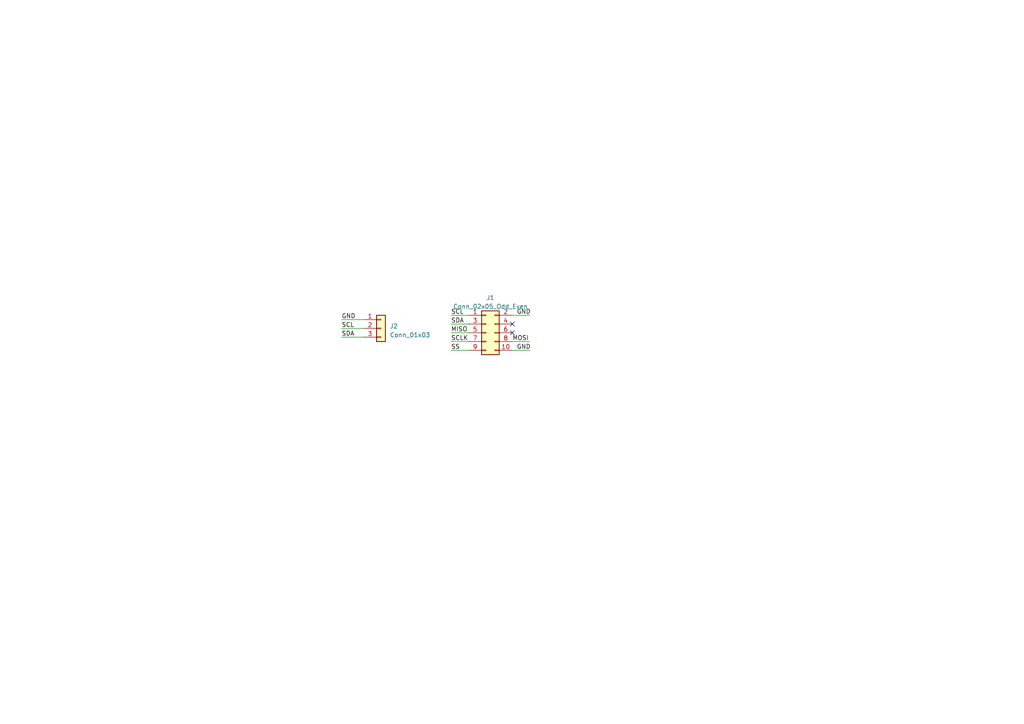
<source format=kicad_sch>
(kicad_sch (version 20230121) (generator eeschema)
  (paper "A4")
  (lib_symbols
    (symbol "Connector_Generic:Conn_01x03" (pin_names (offset 1.016) hide)
      (property "Reference" "J" (at 0 5.08 0))
      (property "Value" "Conn_01x03" (at 0 -5.08 0))
      (symbol "Conn_01x03_1_1"
        (rectangle (start -1.27 -2.413) (end 0 -2.667) (stroke (width 0.1524)))
        (rectangle (start -1.27 0.127) (end 0 -0.127) (stroke (width 0.1524)))
        (rectangle (start -1.27 2.667) (end 0 2.413) (stroke (width 0.1524)))
        (rectangle (start -1.27 3.81) (end 1.27 -3.81) (stroke (width 0.254)) (fill (type background)))
        (pin passive line (at -5.08 2.54 0) (length 3.81) (name "Pin_1") (number "1"))
        (pin passive line (at -5.08 0 0) (length 3.81) (name "Pin_2") (number "2"))
        (pin passive line (at -5.08 -2.54 0) (length 3.81) (name "Pin_3") (number "3"))
      )
    )
    (symbol "Connector_Generic:Conn_02x05_Odd_Even" (pin_names (offset 1.016) hide)
      (property "Reference" "J" (at 1.27 7.62 0))
      (property "Value" "Conn_02x05_Odd_Even" (at 1.27 -7.62 0))
      (symbol "Conn_02x05_Odd_Even_1_1"
        (rectangle (start -1.27 -4.953) (end 0 -5.207) (stroke (width 0.1524)))
        (rectangle (start -1.27 -2.413) (end 0 -2.667) (stroke (width 0.1524)))
        (rectangle (start -1.27 0.127) (end 0 -0.127) (stroke (width 0.1524)))
        (rectangle (start -1.27 2.667) (end 0 2.413) (stroke (width 0.1524)))
        (rectangle (start -1.27 5.207) (end 0 4.953) (stroke (width 0.1524)))
        (rectangle (start -1.27 6.35) (end 3.81 -6.35) (stroke (width 0.254)) (fill (type background)))
        (rectangle (start 3.81 -4.953) (end 2.54 -5.207) (stroke (width 0.1524)))
        (rectangle (start 3.81 -2.413) (end 2.54 -2.667) (stroke (width 0.1524)))
        (rectangle (start 3.81 0.127) (end 2.54 -0.127) (stroke (width 0.1524)))
        (rectangle (start 3.81 2.667) (end 2.54 2.413) (stroke (width 0.1524)))
        (rectangle (start 3.81 5.207) (end 2.54 4.953) (stroke (width 0.1524)))
        (pin passive line (at -5.08 5.08 0) (length 3.81) (name "Pin_1") (number "1"))
        (pin passive line (at 7.62 -5.08 180) (length 3.81) (name "Pin_10") (number "10"))
        (pin passive line (at 7.62 5.08 180) (length 3.81) (name "Pin_2") (number "2"))
        (pin passive line (at -5.08 2.54 0) (length 3.81) (name "Pin_3") (number "3"))
        (pin passive line (at 7.62 2.54 180) (length 3.81) (name "Pin_4") (number "4"))
        (pin passive line (at -5.08 0 0) (length 3.81) (name "Pin_5") (number "5"))
        (pin passive line (at 7.62 0 180) (length 3.81) (name "Pin_6") (number "6"))
        (pin passive line (at -5.08 -2.54 0) (length 3.81) (name "Pin_7") (number "7"))
        (pin passive line (at 7.62 -2.54 180) (length 3.81) (name "Pin_8") (number "8"))
        (pin passive line (at -5.08 -5.08 0) (length 3.81) (name "Pin_9") (number "9"))
      )
    )
  )
  (no_connect (at 148.59 93.98))
  (no_connect (at 148.59 96.52))
  (wire (pts (xy 130.81 99.06) (xy 135.89 99.06)))
  (wire (pts (xy 148.59 99.06) (xy 153.67 99.06)))
  (wire (pts (xy 99.06 92.71) (xy 105.41 92.71)))
  (wire (pts (xy 130.81 91.44) (xy 135.89 91.44)))
  (wire (pts (xy 148.59 101.6) (xy 153.67 101.6)))
  (wire (pts (xy 130.81 93.98) (xy 135.89 93.98)))
  (wire (pts (xy 148.59 91.44) (xy 153.67 91.44)))
  (wire (pts (xy 130.81 101.6) (xy 135.89 101.6)))
  (wire (pts (xy 99.06 97.79) (xy 105.41 97.79)))
  (wire (pts (xy 99.06 95.25) (xy 105.41 95.25)))
  (wire (pts (xy 130.81 96.52) (xy 135.89 96.52)))
  (label "SCL" (at 130.81 91.44 0))
  (label "GND" (at 99.06 92.71 0))
  (label "GND" (at 149.86 101.6 0))
  (label "SCLK" (at 130.81 99.06 0))
  (label "SS" (at 130.81 101.6 0))
  (label "SDA" (at 130.81 93.98 0))
  (label "SDA" (at 99.06 97.79 0))
  (label "MOSI" (at 148.59 99.06 0))
  (label "MISO" (at 130.81 96.52 0))
  (label "GND" (at 149.86 91.44 0))
  (label "SCL" (at 99.06 95.25 0))
  (symbol (lib_id "Connector_Generic:Conn_01x03") (at 110.49 95.25 0) (unit 1)
    (property "Reference" "J2" (at 113.03 94.615 0) (effects (justify left)))
    (property "Value" "Conn_01x03" (at 113.03 97.155 0) (effects (justify left)))
    (property "Footprint" "Connector_PinHeader_2.54mm:PinHeader_1x03_P2.54mm_Vertical" (effects hide))
  )
  (symbol (lib_id "Connector_Generic:Conn_02x05_Odd_Even") (at 140.97 96.52 0) (unit 1)
    (property "Reference" "J1" (at 142.24 86.36 0))
    (property "Value" "Conn_02x05_Odd_Even" (at 142.24 88.9 0))
    (property "Footprint" "Connector_PinHeader_2.54mm:PinHeader_2x05_P2.54mm_Vertical" (effects hide))
  )
)
</source>
